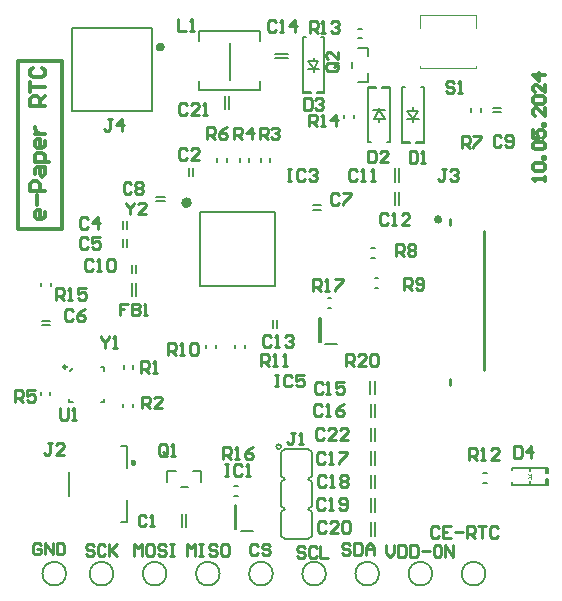
<source format=gto>
G04*
G04 #@! TF.GenerationSoftware,Altium Limited,Altium Designer,22.10.1 (41)*
G04*
G04 Layer_Color=65535*
%FSLAX44Y44*%
%MOMM*%
G71*
G04*
G04 #@! TF.SameCoordinates,B11F2CDB-B4DC-4695-A2B3-7529A6E467DA*
G04*
G04*
G04 #@! TF.FilePolarity,Positive*
G04*
G01*
G75*
%ADD10C,0.5000*%
%ADD11C,0.2000*%
%ADD12C,0.2500*%
%ADD13C,0.8000*%
%ADD14C,0.3000*%
%ADD15C,0.4000*%
%ADD16C,0.1000*%
%ADD17C,0.1270*%
%ADD18C,0.1500*%
%ADD19C,0.2540*%
D10*
X142050Y108520D02*
G03*
X142050Y108980I0J230D01*
G01*
D11*
X439995Y14997D02*
G03*
X439995Y14997I-10000J0D01*
G01*
X394995D02*
G03*
X394995Y14997I-10000J0D01*
G01*
X349995D02*
G03*
X349995Y14997I-10000J0D01*
G01*
X214995D02*
G03*
X214995Y14997I-10000J0D01*
G01*
X169996D02*
G03*
X169996Y14997I-10000J0D01*
G01*
X124996D02*
G03*
X124996Y14997I-10000J0D01*
G01*
X84996D02*
G03*
X84996Y14997I-10000J0D01*
G01*
X267000Y122500D02*
G03*
X267000Y122500I-2000J0D01*
G01*
X304995Y14997D02*
G03*
X304995Y14997I-10000J0D01*
G01*
X259995D02*
G03*
X259995Y14997I-10000J0D01*
G01*
X131500Y123060D02*
X136350D01*
X136350Y104440D02*
X136350Y123060D01*
X131500Y58750D02*
X136200Y58750D01*
Y77370D01*
X87500Y80750D02*
Y100750D01*
X267000Y117900D02*
X270000Y120900D01*
X290000D01*
X293000Y117900D01*
Y97900D02*
Y117900D01*
X290000Y94900D02*
X293000Y97900D01*
X267000D02*
Y117900D01*
Y97900D02*
X270000Y94900D01*
X267000Y92500D02*
X270000Y95500D01*
X290000D02*
X293000Y92500D01*
Y72500D02*
Y92500D01*
X290000Y69500D02*
X293000Y72500D01*
X267000D02*
Y92500D01*
Y72500D02*
X270000Y69500D01*
X267000Y67100D02*
X270000Y70100D01*
X290000D02*
X293000Y67100D01*
X270000Y44100D02*
X290000D01*
X293000Y47100D02*
Y67100D01*
X290000Y44100D02*
X293000Y47100D01*
X267000D02*
Y67100D01*
Y47100D02*
X270000Y44100D01*
X232750Y51250D02*
X243250D01*
X229250Y53130D02*
Y73370D01*
X227750D02*
X229250D01*
X227750Y53130D02*
Y73370D01*
Y53130D02*
X229250D01*
X299000Y211380D02*
X300500D01*
X299000D02*
Y231620D01*
X300500D01*
Y211380D02*
Y231620D01*
X304000Y209500D02*
X314500D01*
X114500Y160000D02*
X117500D01*
Y163000D01*
X87500Y160000D02*
X90500D01*
X87500D02*
Y163000D01*
X88500Y187000D02*
X90621Y189121D01*
X117500Y187000D02*
Y190000D01*
X114500D02*
X117500D01*
X374000Y399750D02*
X384000D01*
X379000D02*
X383000Y406750D01*
X374000Y406750D02*
X379000Y399750D01*
X374000Y406750D02*
X383000Y406750D01*
X379000Y397750D02*
Y399750D01*
Y406750D02*
Y409750D01*
X344750Y407250D02*
X354750D01*
X345750Y400250D02*
X349750Y407250D01*
X354750Y400250D01*
X345750D02*
X354750D01*
X349750Y407250D02*
Y409250D01*
Y397250D02*
Y400250D01*
X89750Y406750D02*
Y476750D01*
X157750Y406750D02*
Y476750D01*
X89750D02*
X157750D01*
X89750Y406750D02*
X157750D01*
X289500Y442000D02*
X299500D01*
X294500D02*
X298500Y449000D01*
X289500Y449000D02*
X294500Y442000D01*
X289500Y449000D02*
X298500Y449000D01*
X294500Y440000D02*
Y442000D01*
Y449000D02*
Y452000D01*
X332000Y460250D02*
X341000D01*
Y453000D02*
Y460250D01*
X332000Y431250D02*
X341000D01*
Y438500D01*
X327000Y443250D02*
Y448250D01*
X170500Y93000D02*
Y102000D01*
X177750D01*
X199500Y93000D02*
Y102000D01*
X192250D02*
X199500D01*
X182000Y88000D02*
X188000D01*
X198500Y321500D02*
X261500D01*
Y258500D02*
Y321500D01*
X198500Y258500D02*
X261500D01*
X198500D02*
Y321500D01*
D12*
X85250Y190000D02*
G03*
X85250Y190000I-1250J0D01*
G01*
D13*
X164809Y460946D02*
G03*
X164750Y460750I294J-196D01*
G01*
D14*
X402000Y315000D02*
G03*
X402000Y315000I-2000J0D01*
G01*
X44000Y306750D02*
X81250D01*
X44000Y449000D02*
X81250D01*
Y306750D02*
Y449000D01*
X44000Y306750D02*
Y449000D01*
X490750Y347500D02*
Y350832D01*
Y349166D01*
X480753D01*
X482419Y347500D01*
Y355831D02*
X480753Y357497D01*
Y360829D01*
X482419Y362495D01*
X489084D01*
X490750Y360829D01*
Y357497D01*
X489084Y355831D01*
X482419D01*
X490750Y365827D02*
X489084D01*
Y367494D01*
X490750D01*
Y365827D01*
X482419Y374158D02*
X480753Y375824D01*
Y379156D01*
X482419Y380823D01*
X489084D01*
X490750Y379156D01*
Y375824D01*
X489084Y374158D01*
X482419D01*
X480753Y390819D02*
Y384155D01*
X485752D01*
X484086Y387487D01*
Y389153D01*
X485752Y390819D01*
X489084D01*
X490750Y389153D01*
Y385821D01*
X489084Y384155D01*
X490750Y394152D02*
X489084D01*
Y395818D01*
X490750D01*
Y394152D01*
Y409147D02*
Y402482D01*
X484086Y409147D01*
X482419D01*
X480753Y407481D01*
Y404148D01*
X482419Y402482D01*
Y412479D02*
X480753Y414145D01*
Y417477D01*
X482419Y419143D01*
X489084D01*
X490750Y417477D01*
Y414145D01*
X489084Y412479D01*
X482419D01*
X490750Y429140D02*
Y422476D01*
X484086Y429140D01*
X482419D01*
X480753Y427474D01*
Y424142D01*
X482419Y422476D01*
X490750Y437471D02*
X480753D01*
X485752Y432473D01*
Y439137D01*
X66751Y321248D02*
Y317249D01*
X64752Y315250D01*
X60753D01*
X58754Y317249D01*
Y321248D01*
X60753Y323247D01*
X62753D01*
Y315250D01*
X60753Y327246D02*
Y335243D01*
X66751Y339242D02*
X54755D01*
Y345240D01*
X56754Y347240D01*
X60753D01*
X62753Y345240D01*
Y339242D01*
X58754Y353238D02*
Y357236D01*
X60753Y359236D01*
X66751D01*
Y353238D01*
X64752Y351238D01*
X62753Y353238D01*
Y359236D01*
X70750Y363234D02*
X58754D01*
Y369232D01*
X60753Y371232D01*
X64752D01*
X66751Y369232D01*
Y363234D01*
Y381229D02*
Y377230D01*
X64752Y375231D01*
X60753D01*
X58754Y377230D01*
Y381229D01*
X60753Y383228D01*
X62753D01*
Y375231D01*
X58754Y387227D02*
X66751D01*
X62753D01*
X60753Y389226D01*
X58754Y391225D01*
Y393225D01*
X66751Y411219D02*
X54755D01*
Y417217D01*
X56754Y419216D01*
X60753D01*
X62753Y417217D01*
Y411219D01*
Y415218D02*
X66751Y419216D01*
X54755Y423215D02*
Y431212D01*
Y427214D01*
X66751D01*
X56754Y443209D02*
X54755Y441209D01*
Y437211D01*
X56754Y435211D01*
X64752D01*
X66751Y437211D01*
Y441209D01*
X64752Y443209D01*
D15*
X189500Y329000D02*
G03*
X189500Y329000I-2500J0D01*
G01*
D16*
X370250Y451750D02*
G03*
X370250Y450750I0J-500D01*
G01*
D02*
G03*
X370250Y451750I0J500D01*
G01*
X438875Y187500D02*
Y305000D01*
X384750Y476750D02*
Y488250D01*
X431750D01*
Y476750D02*
Y488250D01*
X384750Y443250D02*
Y444750D01*
Y443250D02*
X431750D01*
Y444750D01*
X476250Y96000D02*
X478750Y97750D01*
Y95250D02*
Y97929D01*
Y97786D02*
Y99750D01*
X476233Y99726D02*
X478750Y97929D01*
D17*
X227476Y89064D02*
X230524D01*
X227476Y80936D02*
X230524D01*
X306476Y239936D02*
X309524D01*
X306476Y248064D02*
X309524D01*
X228436Y205976D02*
Y209024D01*
X236564Y205976D02*
Y209024D01*
X203436Y205976D02*
Y209024D01*
X211564Y205976D02*
Y209024D01*
X320436Y400476D02*
Y403524D01*
X328564Y400476D02*
Y403524D01*
X332476Y476314D02*
X335524D01*
X332476Y468186D02*
X335524D01*
X343476Y282686D02*
X346524D01*
X343476Y290814D02*
X346524D01*
X346476Y256936D02*
X349524D01*
X346476Y265064D02*
X349524D01*
X258064Y363476D02*
Y366524D01*
X249936Y363476D02*
Y366524D01*
X221064Y363476D02*
Y366524D01*
X212936Y363476D02*
Y366524D01*
X240064Y363476D02*
Y366524D01*
X231936Y363476D02*
Y366524D01*
X436314Y406226D02*
Y409274D01*
X428186Y406226D02*
X428186Y409274D01*
X63436Y165976D02*
Y169024D01*
X71564Y165976D02*
Y169024D01*
X141814Y188226D02*
Y191274D01*
X133686Y188226D02*
Y191274D01*
X141564Y155976D02*
Y159024D01*
X133436Y155976D02*
Y159024D01*
X63936Y258476D02*
Y261524D01*
X72064Y258476D02*
Y261524D01*
X437976Y92186D02*
X441024D01*
X437976Y100314D02*
X441024D01*
D18*
X369840Y426750D02*
X372250D01*
X369840Y380890D02*
Y426750D01*
Y380890D02*
X369840Y379620D01*
X376460D01*
Y380890D01*
X369840D02*
X376460D01*
X381540D02*
X388160D01*
X381540Y379620D02*
Y380890D01*
Y379620D02*
X388160D01*
X388160Y380890D01*
Y426750D01*
X385750D02*
X388160D01*
X356500Y380250D02*
X358910D01*
Y426110D01*
Y427380D01*
X352290D02*
X358910D01*
X352290Y426110D02*
Y427380D01*
Y426110D02*
X358910D01*
X340590D02*
X347210D01*
Y427380D01*
X340590D02*
X347210D01*
X340590Y426110D02*
Y427380D01*
Y380250D02*
Y426110D01*
Y380250D02*
X343000D01*
X363250Y346750D02*
Y358250D01*
X366750Y346750D02*
Y358250D01*
X263500Y222750D02*
Y229750D01*
X260000Y222750D02*
Y229750D01*
X197500Y466250D02*
Y474250D01*
X249500D01*
Y466250D02*
Y474250D01*
Y424250D02*
Y432250D01*
X197500Y424250D02*
X249500D01*
X197500D02*
Y432250D01*
X223500Y433250D02*
Y464250D01*
X219750Y408250D02*
X219750Y419750D01*
X223250Y408250D02*
Y419750D01*
X285340Y469000D02*
X287750D01*
X285340Y423140D02*
Y469000D01*
Y423140D02*
X285340Y421870D01*
X291960D01*
Y423140D01*
X285340D02*
X291960D01*
X297040D02*
X303660D01*
X297040Y421870D02*
Y423140D01*
Y421870D02*
X303660D01*
X303660Y423140D01*
Y469000D01*
X301250D02*
X303660D01*
X261750Y454750D02*
X273250D01*
X261750Y451250D02*
X273250D01*
X363250Y326750D02*
Y338250D01*
X366750Y326750D02*
Y338250D01*
X342750Y166750D02*
Y178250D01*
X346250Y166750D02*
Y178250D01*
X343250Y58750D02*
X343250Y47250D01*
X346750D02*
Y58750D01*
X343250Y67250D02*
Y78750D01*
X346750Y78750D02*
X346750Y67250D01*
X343250Y87250D02*
Y98750D01*
X346750Y87250D02*
Y98750D01*
X343250Y107250D02*
Y118750D01*
X346750Y107250D02*
Y118750D01*
X343250Y158750D02*
X343250Y147250D01*
X346750Y158750D02*
X346750Y147250D01*
X183250Y54250D02*
Y65750D01*
X186750Y54250D02*
Y65750D01*
X294000Y326750D02*
X301000D01*
X294000Y323250D02*
X301000D01*
X192750Y351500D02*
Y358500D01*
X189250Y351500D02*
Y358500D01*
X161500Y334250D02*
X168500D01*
X161500Y330750D02*
X168500D01*
X144250Y269500D02*
Y276500D01*
X140750Y269500D02*
Y276500D01*
X144250Y249750D02*
X144250Y261250D01*
X140750Y249750D02*
Y261250D01*
X136750Y306500D02*
Y313500D01*
X133250Y306500D02*
Y313500D01*
X136750Y291500D02*
Y298500D01*
X133250Y291500D02*
Y298500D01*
X446250Y409500D02*
X453250D01*
X446250Y406000D02*
X453250D01*
X64750Y229250D02*
X71750D01*
X64750Y225750D02*
X71750D01*
X343250Y127250D02*
Y138750D01*
X346750Y127250D02*
Y138750D01*
X477500Y101750D02*
Y104500D01*
Y90500D02*
Y93250D01*
X462260Y90500D02*
Y92420D01*
Y90500D02*
X492500D01*
X491470D02*
Y94960D01*
Y100040D02*
Y104500D01*
X462260D02*
X492500D01*
X462260Y102580D02*
Y104500D01*
X491470Y90500D02*
X492740D01*
Y94960D01*
X491470D02*
X492740D01*
X491470Y104500D02*
X492740D01*
Y100040D02*
Y104500D01*
X491470Y100040D02*
X492740D01*
D19*
X438875Y187500D02*
Y305000D01*
X409875Y310000D02*
Y315000D01*
Y310000D02*
Y315000D01*
Y175000D02*
Y180000D01*
Y175000D02*
Y180000D01*
X322421Y191002D02*
Y200998D01*
X327419D01*
X329086Y199332D01*
Y196000D01*
X327419Y194334D01*
X322421D01*
X325753D02*
X329086Y191002D01*
X339082D02*
X332418D01*
X339082Y197666D01*
Y199332D01*
X337416Y200998D01*
X334084D01*
X332418Y199332D01*
X342415D02*
X344081Y200998D01*
X347413D01*
X349079Y199332D01*
Y192668D01*
X347413Y191002D01*
X344081D01*
X342415Y192668D01*
Y199332D01*
X294254Y254252D02*
Y264248D01*
X299252D01*
X300919Y262582D01*
Y259250D01*
X299252Y257584D01*
X294254D01*
X297586D02*
X300919Y254252D01*
X304251D02*
X307583D01*
X305917D01*
Y264248D01*
X304251Y262582D01*
X312582Y264248D02*
X319246D01*
Y262582D01*
X312582Y255918D01*
Y254252D01*
X218254Y112252D02*
Y122248D01*
X223252D01*
X224918Y120582D01*
Y117250D01*
X223252Y115584D01*
X218254D01*
X221586D02*
X224918Y112252D01*
X228251D02*
X231583D01*
X229917D01*
Y122248D01*
X228251Y120582D01*
X243246Y122248D02*
X239914Y120582D01*
X236581Y117250D01*
Y113918D01*
X238248Y112252D01*
X241580D01*
X243246Y113918D01*
Y115584D01*
X241580Y117250D01*
X236581D01*
X261504Y183498D02*
X264836D01*
X263170D01*
Y173502D01*
X261504D01*
X264836D01*
X276499Y181832D02*
X274833Y183498D01*
X271501D01*
X269835Y181832D01*
Y175168D01*
X271501Y173502D01*
X274833D01*
X276499Y175168D01*
X286496Y183498D02*
X279832D01*
Y178500D01*
X283164Y180166D01*
X284830D01*
X286496Y178500D01*
Y175168D01*
X284830Y173502D01*
X281498D01*
X279832Y175168D01*
X124084Y399748D02*
X120752D01*
X122418D01*
Y391418D01*
X120752Y389752D01*
X119086D01*
X117419Y391418D01*
X132415Y389752D02*
Y399748D01*
X127416Y394750D01*
X134081D01*
X413500Y430082D02*
X411834Y431748D01*
X408502D01*
X406836Y430082D01*
Y428416D01*
X408502Y426750D01*
X411834D01*
X413500Y425084D01*
Y423418D01*
X411834Y421752D01*
X408502D01*
X406836Y423418D01*
X416832Y421752D02*
X420164D01*
X418498D01*
Y431748D01*
X416832Y430082D01*
X76754Y247002D02*
Y256998D01*
X81752D01*
X83419Y255332D01*
Y252000D01*
X81752Y250334D01*
X76754D01*
X80086D02*
X83419Y247002D01*
X86751D02*
X90083D01*
X88417D01*
Y256998D01*
X86751Y255332D01*
X101746Y256998D02*
X95082D01*
Y252000D01*
X98414Y253666D01*
X100080D01*
X101746Y252000D01*
Y248668D01*
X100080Y247002D01*
X96748D01*
X95082Y248668D01*
X148336Y184752D02*
Y194748D01*
X153334D01*
X155000Y193082D01*
Y189750D01*
X153334Y188084D01*
X148336D01*
X151668D02*
X155000Y184752D01*
X158332D02*
X161665D01*
X159998D01*
Y194748D01*
X158332Y193082D01*
X179835Y484248D02*
Y474252D01*
X186500D01*
X189832D02*
X193165D01*
X191498D01*
Y484248D01*
X189832Y482582D01*
X135919Y329248D02*
Y327582D01*
X139252Y324250D01*
X142584Y327582D01*
Y329248D01*
X139252Y324250D02*
Y319252D01*
X152581D02*
X145916D01*
X152581Y325916D01*
Y327582D01*
X150914Y329248D01*
X147582D01*
X145916Y327582D01*
X114836Y215998D02*
Y214332D01*
X118168Y211000D01*
X121500Y214332D01*
Y215998D01*
X118168Y211000D02*
Y206002D01*
X124832D02*
X128165D01*
X126498D01*
Y215998D01*
X124832Y214332D01*
X79836Y155248D02*
Y146918D01*
X81502Y145252D01*
X84834D01*
X86500Y146918D01*
Y155248D01*
X89832Y145252D02*
X93165D01*
X91498D01*
Y155248D01*
X89832Y153582D01*
X400840Y53332D02*
X399174Y54998D01*
X395842D01*
X394176Y53332D01*
Y46668D01*
X395842Y45002D01*
X399174D01*
X400840Y46668D01*
X410837Y54998D02*
X404173D01*
Y45002D01*
X410837D01*
X404173Y50000D02*
X407505D01*
X414169D02*
X420834D01*
X424166Y45002D02*
Y54998D01*
X429165D01*
X430831Y53332D01*
Y50000D01*
X429165Y48334D01*
X424166D01*
X427498D02*
X430831Y45002D01*
X434163Y54998D02*
X440827D01*
X437495D01*
Y45002D01*
X450824Y53332D02*
X449158Y54998D01*
X445826D01*
X444160Y53332D01*
Y46668D01*
X445826Y45002D01*
X449158D01*
X450824Y46668D01*
X356176Y39498D02*
Y32834D01*
X359508Y29502D01*
X362840Y32834D01*
Y39498D01*
X366173D02*
Y29502D01*
X371171D01*
X372837Y31168D01*
Y37832D01*
X371171Y39498D01*
X366173D01*
X376169D02*
Y29502D01*
X381168D01*
X382834Y31168D01*
Y37832D01*
X381168Y39498D01*
X376169D01*
X386166Y34500D02*
X392831D01*
X401161Y39498D02*
X397829D01*
X396163Y37832D01*
Y31168D01*
X397829Y29502D01*
X401161D01*
X402827Y31168D01*
Y37832D01*
X401161Y39498D01*
X406160Y29502D02*
Y39498D01*
X412824Y29502D01*
Y39498D01*
X325336Y39082D02*
X323669Y40748D01*
X320337D01*
X318671Y39082D01*
Y37416D01*
X320337Y35750D01*
X323669D01*
X325336Y34084D01*
Y32418D01*
X323669Y30752D01*
X320337D01*
X318671Y32418D01*
X328668Y40748D02*
Y30752D01*
X333666D01*
X335332Y32418D01*
Y39082D01*
X333666Y40748D01*
X328668D01*
X338665Y30752D02*
Y37416D01*
X341997Y40748D01*
X345329Y37416D01*
Y30752D01*
Y35750D01*
X338665D01*
X287085Y36582D02*
X285419Y38248D01*
X282087D01*
X280421Y36582D01*
Y34916D01*
X282087Y33250D01*
X285419D01*
X287085Y31584D01*
Y29918D01*
X285419Y28252D01*
X282087D01*
X280421Y29918D01*
X297082Y36582D02*
X295416Y38248D01*
X292084D01*
X290418Y36582D01*
Y29918D01*
X292084Y28252D01*
X295416D01*
X297082Y29918D01*
X300415Y38248D02*
Y28252D01*
X307079D01*
X247334Y38832D02*
X245668Y40498D01*
X242335D01*
X240669Y38832D01*
Y32168D01*
X242335Y30502D01*
X245668D01*
X247334Y32168D01*
X257331Y38832D02*
X255665Y40498D01*
X252332D01*
X250666Y38832D01*
Y37166D01*
X252332Y35500D01*
X255665D01*
X257331Y33834D01*
Y32168D01*
X255665Y30502D01*
X252332D01*
X250666Y32168D01*
X187756Y29752D02*
Y39748D01*
X191088Y36416D01*
X194420Y39748D01*
Y29752D01*
X197752Y39748D02*
X201085D01*
X199419D01*
Y29752D01*
X197752D01*
X201085D01*
X212748Y38082D02*
X211082Y39748D01*
X207749D01*
X206083Y38082D01*
Y36416D01*
X207749Y34750D01*
X211082D01*
X212748Y33084D01*
Y31418D01*
X211082Y29752D01*
X207749D01*
X206083Y31418D01*
X221078Y39748D02*
X217746D01*
X216080Y38082D01*
Y31418D01*
X217746Y29752D01*
X221078D01*
X222744Y31418D01*
Y38082D01*
X221078Y39748D01*
X142839Y30252D02*
Y40248D01*
X146171Y36916D01*
X149503Y40248D01*
Y30252D01*
X157834Y40248D02*
X154502D01*
X152836Y38582D01*
Y31918D01*
X154502Y30252D01*
X157834D01*
X159500Y31918D01*
Y38582D01*
X157834Y40248D01*
X169497Y38582D02*
X167831Y40248D01*
X164498D01*
X162832Y38582D01*
Y36916D01*
X164498Y35250D01*
X167831D01*
X169497Y33584D01*
Y31918D01*
X167831Y30252D01*
X164498D01*
X162832Y31918D01*
X172829Y40248D02*
X176161D01*
X174495D01*
Y30252D01*
X172829D01*
X176161D01*
X108336Y38582D02*
X106669Y40248D01*
X103337D01*
X101671Y38582D01*
Y36916D01*
X103337Y35250D01*
X106669D01*
X108336Y33584D01*
Y31918D01*
X106669Y30252D01*
X103337D01*
X101671Y31918D01*
X118332Y38582D02*
X116666Y40248D01*
X113334D01*
X111668Y38582D01*
Y31918D01*
X113334Y30252D01*
X116666D01*
X118332Y31918D01*
X121664Y40248D02*
Y30252D01*
Y33584D01*
X128329Y40248D01*
X123331Y35250D01*
X128329Y30252D01*
X63586Y39582D02*
X61919Y41248D01*
X58587D01*
X56921Y39582D01*
Y32918D01*
X58587Y31252D01*
X61919D01*
X63586Y32918D01*
Y36250D01*
X60253D01*
X66918Y31252D02*
Y41248D01*
X73582Y31252D01*
Y41248D01*
X76915D02*
Y31252D01*
X81913D01*
X83579Y32918D01*
Y39582D01*
X81913Y41248D01*
X76915D01*
X290504Y393752D02*
Y403748D01*
X295502D01*
X297169Y402082D01*
Y398750D01*
X295502Y397084D01*
X290504D01*
X293836D02*
X297169Y393752D01*
X300501D02*
X303833D01*
X302167D01*
Y403748D01*
X300501Y402082D01*
X313830Y393752D02*
Y403748D01*
X308832Y398750D01*
X315496D01*
X291254Y472752D02*
Y482748D01*
X296252D01*
X297918Y481082D01*
Y477750D01*
X296252Y476084D01*
X291254D01*
X294586D02*
X297918Y472752D01*
X301251D02*
X304583D01*
X302917D01*
Y482748D01*
X301251Y481082D01*
X309581D02*
X311248Y482748D01*
X314580D01*
X316246Y481082D01*
Y479416D01*
X314580Y477750D01*
X312914D01*
X314580D01*
X316246Y476084D01*
Y474418D01*
X314580Y472752D01*
X311248D01*
X309581Y474418D01*
X426476Y111484D02*
Y121481D01*
X431474D01*
X433140Y119815D01*
Y116482D01*
X431474Y114816D01*
X426476D01*
X429808D02*
X433140Y111484D01*
X436473D02*
X439805D01*
X438139D01*
Y121481D01*
X436473Y119815D01*
X451468Y111484D02*
X444803D01*
X451468Y118148D01*
Y119815D01*
X449802Y121481D01*
X446470D01*
X444803Y119815D01*
X250420Y191252D02*
Y201248D01*
X255419D01*
X257085Y199582D01*
Y196250D01*
X255419Y194584D01*
X250420D01*
X253752D02*
X257085Y191252D01*
X260417D02*
X263749D01*
X262083D01*
Y201248D01*
X260417Y199582D01*
X268748Y191252D02*
X272080D01*
X270414D01*
Y201248D01*
X268748Y199582D01*
X171504Y200252D02*
Y210248D01*
X176502D01*
X178169Y208582D01*
Y205250D01*
X176502Y203584D01*
X171504D01*
X174836D02*
X178169Y200252D01*
X181501D02*
X184833D01*
X183167D01*
Y210248D01*
X181501Y208582D01*
X189831D02*
X191498Y210248D01*
X194830D01*
X196496Y208582D01*
Y201918D01*
X194830Y200252D01*
X191498D01*
X189831Y201918D01*
Y208582D01*
X370919Y255502D02*
Y265498D01*
X375918D01*
X377584Y263832D01*
Y260500D01*
X375918Y258834D01*
X370919D01*
X374252D02*
X377584Y255502D01*
X380916Y257168D02*
X382582Y255502D01*
X385914D01*
X387581Y257168D01*
Y263832D01*
X385914Y265498D01*
X382582D01*
X380916Y263832D01*
Y262166D01*
X382582Y260500D01*
X387581D01*
X364169Y283752D02*
Y293748D01*
X369168D01*
X370834Y292082D01*
Y288750D01*
X369168Y287084D01*
X364169D01*
X367502D02*
X370834Y283752D01*
X374166Y292082D02*
X375832Y293748D01*
X379165D01*
X380831Y292082D01*
Y290416D01*
X379165Y288750D01*
X380831Y287084D01*
Y285418D01*
X379165Y283752D01*
X375832D01*
X374166Y285418D01*
Y287084D01*
X375832Y288750D01*
X374166Y290416D01*
Y292082D01*
X375832Y288750D02*
X379165D01*
X419919Y375252D02*
Y385248D01*
X424918D01*
X426584Y383582D01*
Y380250D01*
X424918Y378584D01*
X419919D01*
X423252D02*
X426584Y375252D01*
X429916Y385248D02*
X436581D01*
Y383582D01*
X429916Y376918D01*
Y375252D01*
X204419Y383252D02*
Y393248D01*
X209418D01*
X211084Y391582D01*
Y388250D01*
X209418Y386584D01*
X204419D01*
X207752D02*
X211084Y383252D01*
X221081Y393248D02*
X217748Y391582D01*
X214416Y388250D01*
Y384918D01*
X216082Y383252D01*
X219415D01*
X221081Y384918D01*
Y386584D01*
X219415Y388250D01*
X214416D01*
X41669Y160252D02*
Y170248D01*
X46668D01*
X48334Y168582D01*
Y165250D01*
X46668Y163584D01*
X41669D01*
X45002D02*
X48334Y160252D01*
X58331Y170248D02*
X51666D01*
Y165250D01*
X54998Y166916D01*
X56665D01*
X58331Y165250D01*
Y161918D01*
X56665Y160252D01*
X53332D01*
X51666Y161918D01*
X227419Y382752D02*
Y392748D01*
X232418D01*
X234084Y391082D01*
Y387750D01*
X232418Y386084D01*
X227419D01*
X230752D02*
X234084Y382752D01*
X242414D02*
Y392748D01*
X237416Y387750D01*
X244081D01*
X248919Y382752D02*
Y392748D01*
X253918D01*
X255584Y391082D01*
Y387750D01*
X253918Y386084D01*
X248919D01*
X252252D02*
X255584Y382752D01*
X258916Y391082D02*
X260582Y392748D01*
X263915D01*
X265581Y391082D01*
Y389416D01*
X263915Y387750D01*
X262248D01*
X263915D01*
X265581Y386084D01*
Y384418D01*
X263915Y382752D01*
X260582D01*
X258916Y384418D01*
X149169Y155002D02*
Y164998D01*
X154168D01*
X155834Y163332D01*
Y160000D01*
X154168Y158334D01*
X149169D01*
X152502D02*
X155834Y155002D01*
X165831D02*
X159166D01*
X165831Y161666D01*
Y163332D01*
X164165Y164998D01*
X160832D01*
X159166Y163332D01*
X313582Y447084D02*
X306918D01*
X305252Y445418D01*
Y442085D01*
X306918Y440419D01*
X313582D01*
X315248Y442085D01*
Y445418D01*
X311916Y443752D02*
X315248Y447084D01*
Y445418D02*
X313582Y447084D01*
X315248Y457081D02*
Y450416D01*
X308584Y457081D01*
X306918D01*
X305252Y455415D01*
Y452082D01*
X306918Y450416D01*
X170250Y116168D02*
Y122832D01*
X168584Y124498D01*
X165252D01*
X163585Y122832D01*
Y116168D01*
X165252Y114502D01*
X168584D01*
X166918Y117834D02*
X170250Y114502D01*
X168584D02*
X170250Y116168D01*
X173582Y114502D02*
X176915D01*
X175248D01*
Y124498D01*
X173582Y122832D01*
X406584Y357498D02*
X403252D01*
X404918D01*
Y349168D01*
X403252Y347502D01*
X401586D01*
X399919Y349168D01*
X409916Y355832D02*
X411582Y357498D01*
X414915D01*
X416581Y355832D01*
Y354166D01*
X414915Y352500D01*
X413248D01*
X414915D01*
X416581Y350834D01*
Y349168D01*
X414915Y347502D01*
X411582D01*
X409916Y349168D01*
X72834Y125248D02*
X69502D01*
X71168D01*
Y116918D01*
X69502Y115252D01*
X67835D01*
X66169Y116918D01*
X82831Y115252D02*
X76166D01*
X82831Y121916D01*
Y123582D01*
X81165Y125248D01*
X77832D01*
X76166Y123582D01*
X279000Y134498D02*
X275668D01*
X277334D01*
Y126168D01*
X275668Y124502D01*
X274002D01*
X272335Y126168D01*
X282332Y124502D02*
X285665D01*
X283998D01*
Y134498D01*
X282332Y132832D01*
X272504Y357498D02*
X275836D01*
X274170D01*
Y347502D01*
X272504D01*
X275836D01*
X287499Y355832D02*
X285833Y357498D01*
X282501D01*
X280835Y355832D01*
Y349168D01*
X282501Y347502D01*
X285833D01*
X287499Y349168D01*
X290831Y355832D02*
X292498Y357498D01*
X295830D01*
X297496Y355832D01*
Y354166D01*
X295830Y352500D01*
X294164D01*
X295830D01*
X297496Y350834D01*
Y349168D01*
X295830Y347502D01*
X292498D01*
X290831Y349168D01*
X219170Y107998D02*
X222502D01*
X220836D01*
Y98002D01*
X219170D01*
X222502D01*
X234165Y106332D02*
X232499Y107998D01*
X229167D01*
X227501Y106332D01*
Y99668D01*
X229167Y98002D01*
X232499D01*
X234165Y99668D01*
X237498Y98002D02*
X240830D01*
X239164D01*
Y107998D01*
X237498Y106332D01*
X137252Y243748D02*
X130587D01*
Y238750D01*
X133919D01*
X130587D01*
Y233752D01*
X140584Y243748D02*
Y233752D01*
X145582D01*
X147248Y235418D01*
Y237084D01*
X145582Y238750D01*
X140584D01*
X145582D01*
X147248Y240416D01*
Y242082D01*
X145582Y243748D01*
X140584D01*
X150581Y233752D02*
X153913D01*
X152247D01*
Y243748D01*
X150581Y242082D01*
X464068Y122751D02*
Y112754D01*
X469066D01*
X470732Y114420D01*
Y121085D01*
X469066Y122751D01*
X464068D01*
X479063Y112754D02*
Y122751D01*
X474065Y117752D01*
X480729D01*
X286169Y417748D02*
Y407752D01*
X291168D01*
X292834Y409418D01*
Y416082D01*
X291168Y417748D01*
X286169D01*
X296166Y416082D02*
X297832Y417748D01*
X301164D01*
X302831Y416082D01*
Y414416D01*
X301164Y412750D01*
X299498D01*
X301164D01*
X302831Y411084D01*
Y409418D01*
X301164Y407752D01*
X297832D01*
X296166Y409418D01*
X340919Y373248D02*
Y363252D01*
X345918D01*
X347584Y364918D01*
Y371582D01*
X345918Y373248D01*
X340919D01*
X357581Y363252D02*
X350916D01*
X357581Y369916D01*
Y371582D01*
X355914Y373248D01*
X352582D01*
X350916Y371582D01*
X375835Y372748D02*
Y362752D01*
X380834D01*
X382500Y364418D01*
Y371082D01*
X380834Y372748D01*
X375835D01*
X385832Y362752D02*
X389165D01*
X387498D01*
Y372748D01*
X385832Y371082D01*
X303335Y136332D02*
X301669Y137998D01*
X298337D01*
X296671Y136332D01*
Y129668D01*
X298337Y128002D01*
X301669D01*
X303335Y129668D01*
X313332Y128002D02*
X306668D01*
X313332Y134666D01*
Y136332D01*
X311666Y137998D01*
X308334D01*
X306668Y136332D01*
X323329Y128002D02*
X316665D01*
X323329Y134666D01*
Y136332D01*
X321663Y137998D01*
X318331D01*
X316665Y136332D01*
X187502Y411582D02*
X185835Y413248D01*
X182503D01*
X180837Y411582D01*
Y404918D01*
X182503Y403252D01*
X185835D01*
X187502Y404918D01*
X197498Y403252D02*
X190834D01*
X197498Y409916D01*
Y411582D01*
X195832Y413248D01*
X192500D01*
X190834Y411582D01*
X200831Y403252D02*
X204163D01*
X202497D01*
Y413248D01*
X200831Y411582D01*
X305336Y57582D02*
X303669Y59248D01*
X300337D01*
X298671Y57582D01*
Y50918D01*
X300337Y49252D01*
X303669D01*
X305336Y50918D01*
X315332Y49252D02*
X308668D01*
X315332Y55916D01*
Y57582D01*
X313666Y59248D01*
X310334D01*
X308668Y57582D01*
X318664D02*
X320331Y59248D01*
X323663D01*
X325329Y57582D01*
Y50918D01*
X323663Y49252D01*
X320331D01*
X318664Y50918D01*
Y57582D01*
X304419Y77082D02*
X302752Y78748D01*
X299420D01*
X297754Y77082D01*
Y70418D01*
X299420Y68752D01*
X302752D01*
X304419Y70418D01*
X307751Y68752D02*
X311083D01*
X309417D01*
Y78748D01*
X307751Y77082D01*
X316082Y70418D02*
X317748Y68752D01*
X321080D01*
X322746Y70418D01*
Y77082D01*
X321080Y78748D01*
X317748D01*
X316082Y77082D01*
Y75416D01*
X317748Y73750D01*
X322746D01*
X305168Y96582D02*
X303502Y98248D01*
X300170D01*
X298504Y96582D01*
Y89918D01*
X300170Y88252D01*
X303502D01*
X305168Y89918D01*
X308501Y88252D02*
X311833D01*
X310167D01*
Y98248D01*
X308501Y96582D01*
X316831D02*
X318498Y98248D01*
X321830D01*
X323496Y96582D01*
Y94916D01*
X321830Y93250D01*
X323496Y91584D01*
Y89918D01*
X321830Y88252D01*
X318498D01*
X316831Y89918D01*
Y91584D01*
X318498Y93250D01*
X316831Y94916D01*
Y96582D01*
X318498Y93250D02*
X321830D01*
X304168Y116332D02*
X302502Y117998D01*
X299170D01*
X297504Y116332D01*
Y109668D01*
X299170Y108002D01*
X302502D01*
X304168Y109668D01*
X307501Y108002D02*
X310833D01*
X309167D01*
Y117998D01*
X307501Y116332D01*
X315831Y117998D02*
X322496D01*
Y116332D01*
X315831Y109668D01*
Y108002D01*
X301919Y156582D02*
X300252Y158248D01*
X296920D01*
X295254Y156582D01*
Y149918D01*
X296920Y148252D01*
X300252D01*
X301919Y149918D01*
X305251Y148252D02*
X308583D01*
X306917D01*
Y158248D01*
X305251Y156582D01*
X320246Y158248D02*
X316914Y156582D01*
X313582Y153250D01*
Y149918D01*
X315248Y148252D01*
X318580D01*
X320246Y149918D01*
Y151584D01*
X318580Y153250D01*
X313582D01*
X302169Y175332D02*
X300502Y176998D01*
X297170D01*
X295504Y175332D01*
Y168668D01*
X297170Y167002D01*
X300502D01*
X302169Y168668D01*
X305501Y167002D02*
X308833D01*
X307167D01*
Y176998D01*
X305501Y175332D01*
X320496Y176998D02*
X313832D01*
Y172000D01*
X317164Y173666D01*
X318830D01*
X320496Y172000D01*
Y168668D01*
X318830Y167002D01*
X315498D01*
X313832Y168668D01*
X262419Y482332D02*
X260752Y483998D01*
X257420D01*
X255754Y482332D01*
Y475668D01*
X257420Y474002D01*
X260752D01*
X262419Y475668D01*
X265751Y474002D02*
X269083D01*
X267417D01*
Y483998D01*
X265751Y482332D01*
X279080Y474002D02*
Y483998D01*
X274081Y479000D01*
X280746D01*
X258419Y215582D02*
X256752Y217248D01*
X253420D01*
X251754Y215582D01*
Y208918D01*
X253420Y207252D01*
X256752D01*
X258419Y208918D01*
X261751Y207252D02*
X265083D01*
X263417D01*
Y217248D01*
X261751Y215582D01*
X270082D02*
X271748Y217248D01*
X275080D01*
X276746Y215582D01*
Y213916D01*
X275080Y212250D01*
X273414D01*
X275080D01*
X276746Y210584D01*
Y208918D01*
X275080Y207252D01*
X271748D01*
X270082Y208918D01*
X357419Y318832D02*
X355752Y320498D01*
X352420D01*
X350754Y318832D01*
Y312168D01*
X352420Y310502D01*
X355752D01*
X357419Y312168D01*
X360751Y310502D02*
X364083D01*
X362417D01*
Y320498D01*
X360751Y318832D01*
X375746Y310502D02*
X369081D01*
X375746Y317166D01*
Y318832D01*
X374080Y320498D01*
X370748D01*
X369081Y318832D01*
X331585Y355582D02*
X329919Y357248D01*
X326586D01*
X324920Y355582D01*
Y348918D01*
X326586Y347252D01*
X329919D01*
X331585Y348918D01*
X334917Y347252D02*
X338249D01*
X336583D01*
Y357248D01*
X334917Y355582D01*
X343248Y347252D02*
X346580D01*
X344914D01*
Y357248D01*
X343248Y355582D01*
X107919Y279582D02*
X106252Y281248D01*
X102920D01*
X101254Y279582D01*
Y272918D01*
X102920Y271252D01*
X106252D01*
X107919Y272918D01*
X111251Y271252D02*
X114583D01*
X112917D01*
Y281248D01*
X111251Y279582D01*
X119581D02*
X121248Y281248D01*
X124580D01*
X126246Y279582D01*
Y272918D01*
X124580Y271252D01*
X121248D01*
X119581Y272918D01*
Y279582D01*
X453584Y384332D02*
X451918Y385998D01*
X448586D01*
X446919Y384332D01*
Y377668D01*
X448586Y376002D01*
X451918D01*
X453584Y377668D01*
X456916D02*
X458582Y376002D01*
X461914D01*
X463581Y377668D01*
Y384332D01*
X461914Y385998D01*
X458582D01*
X456916Y384332D01*
Y382666D01*
X458582Y381000D01*
X463581D01*
X140334Y345082D02*
X138668Y346748D01*
X135336D01*
X133669Y345082D01*
Y338418D01*
X135336Y336752D01*
X138668D01*
X140334Y338418D01*
X143666Y345082D02*
X145332Y346748D01*
X148665D01*
X150331Y345082D01*
Y343416D01*
X148665Y341750D01*
X150331Y340084D01*
Y338418D01*
X148665Y336752D01*
X145332D01*
X143666Y338418D01*
Y340084D01*
X145332Y341750D01*
X143666Y343416D01*
Y345082D01*
X145332Y341750D02*
X148665D01*
X315834Y335832D02*
X314168Y337498D01*
X310835D01*
X309169Y335832D01*
Y329168D01*
X310835Y327502D01*
X314168D01*
X315834Y329168D01*
X319166Y337498D02*
X325831D01*
Y335832D01*
X319166Y329168D01*
Y327502D01*
X90834Y237082D02*
X89168Y238748D01*
X85836D01*
X84169Y237082D01*
Y230418D01*
X85836Y228752D01*
X89168D01*
X90834Y230418D01*
X100831Y238748D02*
X97498Y237082D01*
X94166Y233750D01*
Y230418D01*
X95832Y228752D01*
X99164D01*
X100831Y230418D01*
Y232084D01*
X99164Y233750D01*
X94166D01*
X103334Y298332D02*
X101668Y299998D01*
X98336D01*
X96669Y298332D01*
Y291668D01*
X98336Y290002D01*
X101668D01*
X103334Y291668D01*
X113331Y299998D02*
X106666D01*
Y295000D01*
X109998Y296666D01*
X111664D01*
X113331Y295000D01*
Y291668D01*
X111664Y290002D01*
X108332D01*
X106666Y291668D01*
X103334Y315332D02*
X101668Y316998D01*
X98336D01*
X96669Y315332D01*
Y308668D01*
X98336Y307002D01*
X101668D01*
X103334Y308668D01*
X111664Y307002D02*
Y316998D01*
X106666Y312000D01*
X113331D01*
X187334Y373332D02*
X185668Y374998D01*
X182335D01*
X180669Y373332D01*
Y366668D01*
X182335Y365002D01*
X185668D01*
X187334Y366668D01*
X197331Y365002D02*
X190666D01*
X197331Y371666D01*
Y373332D01*
X195665Y374998D01*
X192332D01*
X190666Y373332D01*
X153000Y63332D02*
X151334Y64998D01*
X148002D01*
X146335Y63332D01*
Y56668D01*
X148002Y55002D01*
X151334D01*
X153000Y56668D01*
X156332Y55002D02*
X159664D01*
X157998D01*
Y64998D01*
X156332Y63332D01*
M02*

</source>
